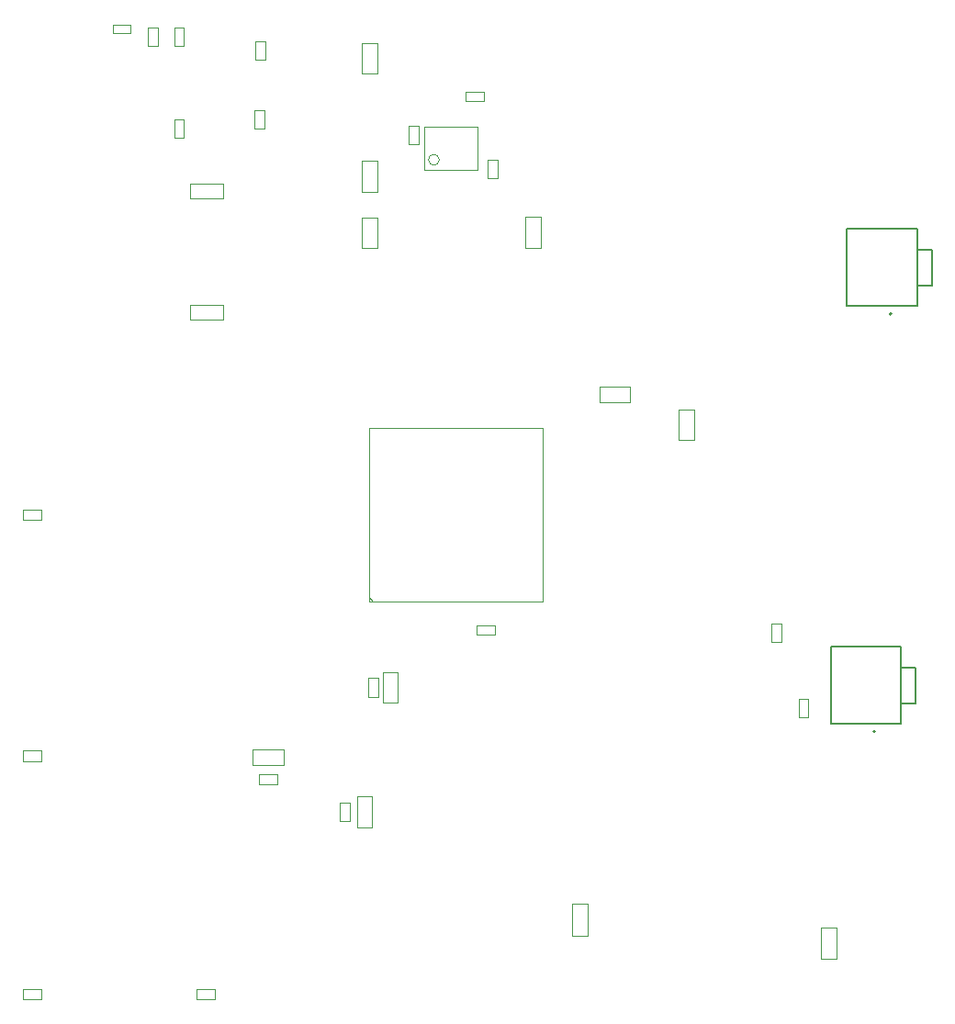
<source format=gbr>
G04*
G04 #@! TF.GenerationSoftware,Altium Limited,Altium Designer,24.2.2 (26)*
G04*
G04 Layer_Color=16711935*
%FSLAX44Y44*%
%MOMM*%
G71*
G04*
G04 #@! TF.SameCoordinates,D1F85D35-12B9-47B7-842E-F7ABDB1EEA32*
G04*
G04*
G04 #@! TF.FilePolarity,Positive*
G04*
G01*
G75*
%ADD12C,0.2000*%
%ADD13C,0.1270*%
%ADD16C,0.1000*%
%ADD129C,0.0254*%
D12*
X947000Y354500D02*
G03*
X947000Y354500I-1000J0D01*
G01*
X962000Y739500D02*
G03*
X962000Y739500I-1000J0D01*
G01*
D13*
X971400Y413500D02*
X984500D01*
Y380500D02*
Y413500D01*
X971400Y380500D02*
X984500D01*
X906000Y361500D02*
X971000D01*
X906000D02*
Y432500D01*
X971000D01*
Y361500D02*
Y432500D01*
X986000Y746500D02*
Y817500D01*
X921000D02*
X986000D01*
X921000Y746500D02*
Y817500D01*
Y746500D02*
X986000D01*
X986400Y765500D02*
X999500D01*
Y798500D01*
X986400D02*
X999500D01*
D16*
X545000Y881500D02*
G03*
X545000Y881500I-5000J0D01*
G01*
X161500Y549341D02*
X178500D01*
X161500Y558841D02*
X178500D01*
Y549341D02*
Y558841D01*
X161500Y549341D02*
Y558841D01*
X321000Y107676D02*
X338000D01*
X321000Y117176D02*
X338000D01*
Y107676D02*
Y117176D01*
X321000Y107676D02*
Y117176D01*
X161500Y327250D02*
X178500D01*
X161500Y336750D02*
X178500D01*
Y327250D02*
Y336750D01*
X161500Y327250D02*
Y336750D01*
X161500Y107676D02*
X178500D01*
X161500Y117176D02*
X178500D01*
Y107676D02*
Y117176D01*
X161500Y107676D02*
Y117176D01*
X681852Y165623D02*
Y195623D01*
X667852Y165623D02*
Y195623D01*
X681852D01*
X667852Y165623D02*
X681852D01*
X569270Y935230D02*
Y944230D01*
X586270Y935230D02*
Y944230D01*
X569270D02*
X586270D01*
X569270Y935230D02*
X586270D01*
X531000Y872500D02*
X580000D01*
X531000Y911500D02*
X580000D01*
X531000Y872500D02*
Y911500D01*
X580000Y872500D02*
Y911500D01*
X517060Y895500D02*
X526060D01*
X517060Y912500D02*
X526060D01*
X517060Y895500D02*
Y912500D01*
X526060Y895500D02*
Y912500D01*
X579500Y443500D02*
Y452500D01*
X596500Y443500D02*
Y452500D01*
X579500Y443500D02*
X596500D01*
X579500Y452500D02*
X596500D01*
X598500Y864489D02*
Y881489D01*
X589500Y864489D02*
Y881489D01*
X598500D01*
X589500Y864489D02*
X598500D01*
X766000Y622750D02*
X780000D01*
X766000Y651250D02*
X780000D01*
Y622750D02*
Y651250D01*
X766000Y622750D02*
Y651250D01*
X721250Y658000D02*
Y672000D01*
X692750Y658000D02*
Y672000D01*
X721250D01*
X692750Y658000D02*
X721250D01*
X474000Y960750D02*
X488000D01*
X474000Y989250D02*
X488000D01*
X474000Y960750D02*
Y989250D01*
X488000Y960750D02*
Y989250D01*
X375500Y973500D02*
X384500D01*
X375500Y990500D02*
X384500D01*
X375500Y973500D02*
Y990500D01*
X384500Y973500D02*
Y990500D01*
X309500Y986000D02*
Y1003000D01*
X300500Y986000D02*
Y1003000D01*
X309500D01*
X300500Y986000D02*
X309500D01*
X276226D02*
X285726D01*
X276226Y1003000D02*
X285726D01*
X276226Y986000D02*
Y1003000D01*
X285726Y986000D02*
Y1003000D01*
X300500Y901500D02*
Y918500D01*
X309500Y901500D02*
Y918500D01*
X300500Y901500D02*
X309500D01*
X300500Y918500D02*
X309500D01*
X474000Y851750D02*
X488000D01*
X474000Y880250D02*
X488000D01*
X474000Y851750D02*
Y880250D01*
X488000Y851750D02*
Y880250D01*
X315500Y734000D02*
Y748000D01*
X345500Y734000D02*
Y748000D01*
X315500Y734000D02*
X345500D01*
X315500Y748000D02*
X345500D01*
Y845430D02*
Y859430D01*
X315500Y845430D02*
Y859430D01*
X345500D01*
X315500Y845430D02*
X345500D01*
X243999Y997999D02*
X259999D01*
X243999Y1005999D02*
X259999D01*
Y997999D02*
Y1005999D01*
X243999Y997999D02*
Y1005999D01*
X876500Y367500D02*
Y384500D01*
X885500Y367500D02*
Y384500D01*
X876500Y367500D02*
X885500D01*
X876500Y384500D02*
X885500D01*
X851250Y436500D02*
X860750D01*
X851250Y453500D02*
X860750D01*
X851250Y436500D02*
Y453500D01*
X860750Y436500D02*
Y453500D01*
X897000Y144750D02*
X911000D01*
X897000Y173250D02*
X911000D01*
X897000Y144750D02*
Y173250D01*
X911000Y144750D02*
Y173250D01*
X462646Y271961D02*
Y288961D01*
X453646Y271961D02*
Y288961D01*
Y271961D02*
X462646D01*
X453646Y288961D02*
X462646D01*
X469146Y294711D02*
X483146D01*
X469146Y266211D02*
X483146D01*
X469146D02*
Y294711D01*
X483146Y266211D02*
Y294711D01*
X378646Y305961D02*
X395646D01*
X378646Y314961D02*
X395646D01*
X378646Y305961D02*
Y314961D01*
X395646Y305961D02*
Y314961D01*
X401396Y323461D02*
Y337461D01*
X372896Y323461D02*
Y337461D01*
X401396D01*
X372896Y323461D02*
X401396D01*
X488500Y386500D02*
Y403500D01*
X479500Y386500D02*
Y403500D01*
X488500D01*
X479500Y386500D02*
X488500D01*
X493000Y380750D02*
X507000D01*
X493000Y409250D02*
X507000D01*
X493000Y380750D02*
Y409250D01*
X507000Y380750D02*
Y409250D01*
X638372Y800497D02*
Y828997D01*
X624372Y800497D02*
Y828997D01*
X638372D01*
X624372Y800497D02*
X638372D01*
X474000Y799750D02*
Y828250D01*
X488000Y799750D02*
Y828250D01*
X474000Y799750D02*
X488000D01*
X474000Y828250D02*
X488000D01*
X374500Y910500D02*
X383500D01*
X374500Y927500D02*
X383500D01*
X374500Y910500D02*
Y927500D01*
X383500Y910500D02*
Y927500D01*
D129*
X479990Y477990D02*
X483990Y473990D01*
X640010D02*
Y634010D01*
X479990D02*
X640010D01*
X479990Y473990D02*
Y634010D01*
Y473990D02*
X640010D01*
M02*

</source>
